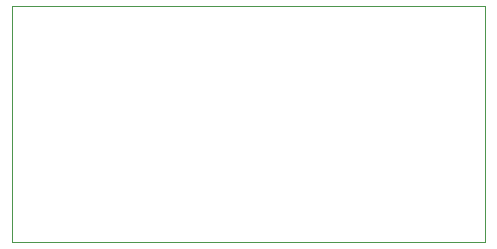
<source format=gbr>
%TF.GenerationSoftware,KiCad,Pcbnew,7.0.10*%
%TF.CreationDate,2024-12-02T17:13:01-05:00*%
%TF.ProjectId,comparison,636f6d70-6172-4697-936f-6e2e6b696361,rev?*%
%TF.SameCoordinates,Original*%
%TF.FileFunction,Profile,NP*%
%FSLAX46Y46*%
G04 Gerber Fmt 4.6, Leading zero omitted, Abs format (unit mm)*
G04 Created by KiCad (PCBNEW 7.0.10) date 2024-12-02 17:13:01*
%MOMM*%
%LPD*%
G01*
G04 APERTURE LIST*
%TA.AperFunction,Profile*%
%ADD10C,0.100000*%
%TD*%
G04 APERTURE END LIST*
D10*
X108905000Y-70000000D02*
X148905000Y-70000000D01*
X148905000Y-90000000D01*
X108905000Y-90000000D01*
X108905000Y-70000000D01*
M02*

</source>
